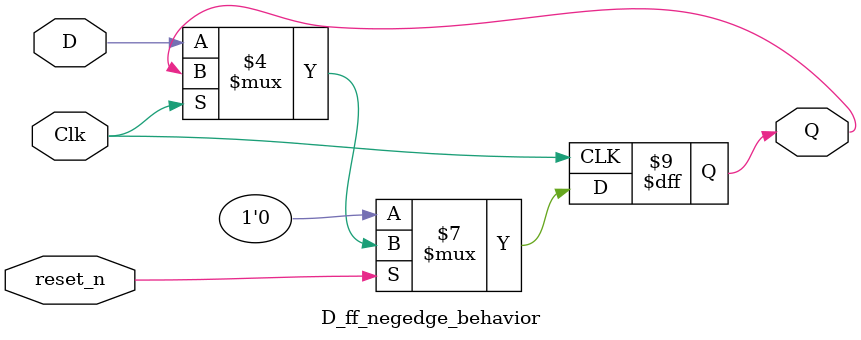
<source format=v>
`timescale 1ns / 1ps


module D_ff_negedge_behavior (input D, input reset_n, input Clk, output reg Q); 
	always @ (negedge Clk) 
		if (!reset_n)
				Q <= 1'b0;
		else
			if(~Clk) 
				Q <= D;
endmodule 


</source>
